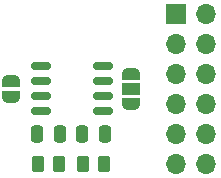
<source format=gbr>
%TF.GenerationSoftware,KiCad,Pcbnew,7.0.4*%
%TF.CreationDate,2023-05-26T13:26:56+02:00*%
%TF.ProjectId,AS4432_868,41533434-3332-45f3-9836-382e6b696361,rev?*%
%TF.SameCoordinates,Original*%
%TF.FileFunction,Soldermask,Bot*%
%TF.FilePolarity,Negative*%
%FSLAX46Y46*%
G04 Gerber Fmt 4.6, Leading zero omitted, Abs format (unit mm)*
G04 Created by KiCad (PCBNEW 7.0.4) date 2023-05-26 13:26:56*
%MOMM*%
%LPD*%
G01*
G04 APERTURE LIST*
G04 Aperture macros list*
%AMRoundRect*
0 Rectangle with rounded corners*
0 $1 Rounding radius*
0 $2 $3 $4 $5 $6 $7 $8 $9 X,Y pos of 4 corners*
0 Add a 4 corners polygon primitive as box body*
4,1,4,$2,$3,$4,$5,$6,$7,$8,$9,$2,$3,0*
0 Add four circle primitives for the rounded corners*
1,1,$1+$1,$2,$3*
1,1,$1+$1,$4,$5*
1,1,$1+$1,$6,$7*
1,1,$1+$1,$8,$9*
0 Add four rect primitives between the rounded corners*
20,1,$1+$1,$2,$3,$4,$5,0*
20,1,$1+$1,$4,$5,$6,$7,0*
20,1,$1+$1,$6,$7,$8,$9,0*
20,1,$1+$1,$8,$9,$2,$3,0*%
%AMFreePoly0*
4,1,19,0.550000,-0.750000,0.000000,-0.750000,0.000000,-0.744911,-0.071157,-0.744911,-0.207708,-0.704816,-0.327430,-0.627875,-0.420627,-0.520320,-0.479746,-0.390866,-0.500000,-0.250000,-0.500000,0.250000,-0.479746,0.390866,-0.420627,0.520320,-0.327430,0.627875,-0.207708,0.704816,-0.071157,0.744911,0.000000,0.744911,0.000000,0.750000,0.550000,0.750000,0.550000,-0.750000,0.550000,-0.750000,
$1*%
%AMFreePoly1*
4,1,19,0.000000,0.744911,0.071157,0.744911,0.207708,0.704816,0.327430,0.627875,0.420627,0.520320,0.479746,0.390866,0.500000,0.250000,0.500000,-0.250000,0.479746,-0.390866,0.420627,-0.520320,0.327430,-0.627875,0.207708,-0.704816,0.071157,-0.744911,0.000000,-0.744911,0.000000,-0.750000,-0.550000,-0.750000,-0.550000,0.750000,0.000000,0.750000,0.000000,0.744911,0.000000,0.744911,
$1*%
%AMFreePoly2*
4,1,19,0.500000,-0.750000,0.000000,-0.750000,0.000000,-0.744911,-0.071157,-0.744911,-0.207708,-0.704816,-0.327430,-0.627875,-0.420627,-0.520320,-0.479746,-0.390866,-0.500000,-0.250000,-0.500000,0.250000,-0.479746,0.390866,-0.420627,0.520320,-0.327430,0.627875,-0.207708,0.704816,-0.071157,0.744911,0.000000,0.744911,0.000000,0.750000,0.500000,0.750000,0.500000,-0.750000,0.500000,-0.750000,
$1*%
%AMFreePoly3*
4,1,19,0.000000,0.744911,0.071157,0.744911,0.207708,0.704816,0.327430,0.627875,0.420627,0.520320,0.479746,0.390866,0.500000,0.250000,0.500000,-0.250000,0.479746,-0.390866,0.420627,-0.520320,0.327430,-0.627875,0.207708,-0.704816,0.071157,-0.744911,0.000000,-0.744911,0.000000,-0.750000,-0.500000,-0.750000,-0.500000,0.750000,0.000000,0.750000,0.000000,0.744911,0.000000,0.744911,
$1*%
G04 Aperture macros list end*
%ADD10R,1.700000X1.700000*%
%ADD11O,1.700000X1.700000*%
%ADD12RoundRect,0.250000X-0.250000X-0.475000X0.250000X-0.475000X0.250000X0.475000X-0.250000X0.475000X0*%
%ADD13RoundRect,0.250000X-0.262500X-0.450000X0.262500X-0.450000X0.262500X0.450000X-0.262500X0.450000X0*%
%ADD14FreePoly0,270.000000*%
%ADD15R,1.500000X1.000000*%
%ADD16FreePoly1,270.000000*%
%ADD17RoundRect,0.250000X0.250000X0.475000X-0.250000X0.475000X-0.250000X-0.475000X0.250000X-0.475000X0*%
%ADD18FreePoly2,90.000000*%
%ADD19FreePoly3,90.000000*%
%ADD20RoundRect,0.150000X-0.675000X-0.150000X0.675000X-0.150000X0.675000X0.150000X-0.675000X0.150000X0*%
%ADD21RoundRect,0.250000X0.262500X0.450000X-0.262500X0.450000X-0.262500X-0.450000X0.262500X-0.450000X0*%
G04 APERTURE END LIST*
D10*
%TO.C,J1*%
X149860000Y-43180000D03*
D11*
X152400000Y-43180000D03*
X149860000Y-45720000D03*
X152400000Y-45720000D03*
X149860000Y-48260000D03*
X152400000Y-48260000D03*
X149860000Y-50800000D03*
X152400000Y-50800000D03*
X149860000Y-53340000D03*
X152400000Y-53340000D03*
X149860000Y-55880000D03*
X152400000Y-55880000D03*
%TD*%
D12*
%TO.C,C1*%
X141925000Y-53340000D03*
X143825000Y-53340000D03*
%TD*%
D13*
%TO.C,R2*%
X141962500Y-55880000D03*
X143787500Y-55880000D03*
%TD*%
D14*
%TO.C,JP1*%
X146050000Y-48260000D03*
D15*
X146050000Y-49560000D03*
D16*
X146050000Y-50860000D03*
%TD*%
D17*
%TO.C,C2*%
X140015000Y-53340000D03*
X138115000Y-53340000D03*
%TD*%
D18*
%TO.C,JP2*%
X135890000Y-50195000D03*
D19*
X135890000Y-48895000D03*
%TD*%
D20*
%TO.C,U2*%
X138430000Y-51435000D03*
X138430000Y-50165000D03*
X138430000Y-48895000D03*
X138430000Y-47625000D03*
X143680000Y-47625000D03*
X143680000Y-48895000D03*
X143680000Y-50165000D03*
X143680000Y-51435000D03*
%TD*%
D21*
%TO.C,R1*%
X139977500Y-55880000D03*
X138152500Y-55880000D03*
%TD*%
M02*

</source>
